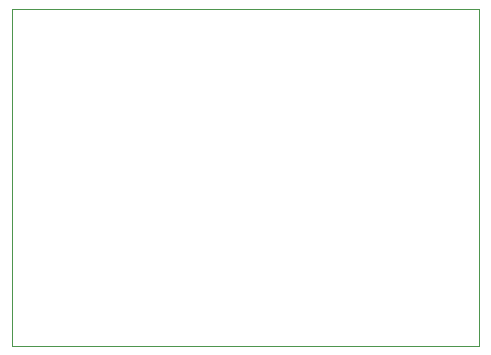
<source format=gbr>
%TF.GenerationSoftware,KiCad,Pcbnew,8.0.0-8.0.0-1~ubuntu20.04.1*%
%TF.CreationDate,2024-03-10T03:56:21-05:00*%
%TF.ProjectId,avr16dd14_dev_board,61767231-3664-4643-9134-5f6465765f62,rev?*%
%TF.SameCoordinates,Original*%
%TF.FileFunction,Profile,NP*%
%FSLAX46Y46*%
G04 Gerber Fmt 4.6, Leading zero omitted, Abs format (unit mm)*
G04 Created by KiCad (PCBNEW 8.0.0-8.0.0-1~ubuntu20.04.1) date 2024-03-10 03:56:21*
%MOMM*%
%LPD*%
G01*
G04 APERTURE LIST*
%TA.AperFunction,Profile*%
%ADD10C,0.100000*%
%TD*%
G04 APERTURE END LIST*
D10*
X105000000Y-66500000D02*
X144500000Y-66500000D01*
X144500000Y-95000000D01*
X105000000Y-95000000D01*
X105000000Y-66500000D01*
M02*

</source>
